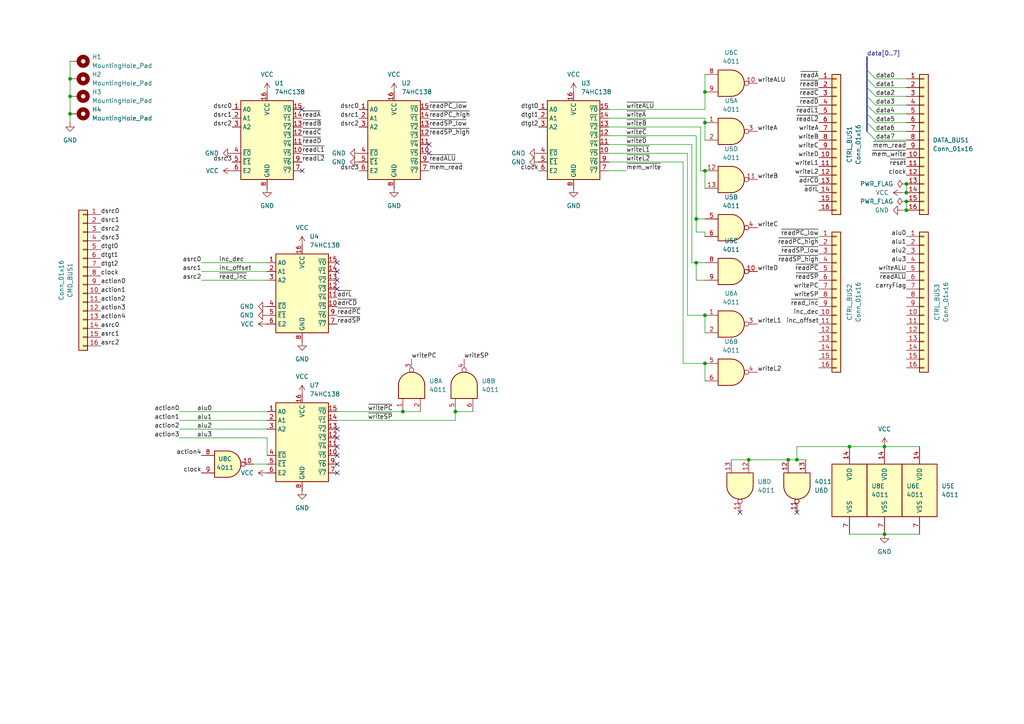
<source format=kicad_sch>
(kicad_sch (version 20250114) (generator "eeschema") (generator_version "9.0")
  (paper "A4")
  (title_block (title "PC-08 Command Decoder") (date "2025-02-26") (rev "A"))
  (lib_symbols
    (symbol "4xxx:4011" (pin_names (offset 1.016))
      (property "Reference" "U" (at 0 1.27 0))
      (property "Value" "4011" (at 0 -1.27 0))
      (symbol "4011_1_1"
        (arc (start 0 3.81) (mid 3.7934 0) (end 0 -3.81) (stroke (width 0.254)) (fill (type background)))
        (polyline (pts (xy 0 3.81) (xy -3.81 3.81) (xy -3.81 -3.81) (xy 0 -3.81)) (stroke (width 0.254)) (fill (type background)))
        (pin input line (at -7.62 2.54 0) (length 3.81) (name "~") (number "1"))
        (pin input line (at -7.62 -2.54 0) (length 3.81) (name "~") (number "2"))
        (pin output inverted (at 7.62 0 180) (length 3.81) (name "~") (number "3"))
      )
      (symbol "4011_1_2"
        (arc (start -3.81 3.81) (mid -2.589 0) (end -3.81 -3.81) (stroke (width 0.254)))
        (polyline (pts (xy -3.81 3.81) (xy -0.635 3.81)) (stroke (width 0.254)) (fill (type background)))
        (polyline (pts (xy -3.81 -3.81) (xy -0.635 -3.81)) (stroke (width 0.254)) (fill (type background)))
        (arc (start 3.81 0) (mid 2.1855 -2.584) (end -0.6096 -3.81) (stroke (width 0.254)) (fill (type background)))
        (arc (start -0.6096 3.81) (mid 2.1928 2.5924) (end 3.81 0) (stroke (width 0.254)) (fill (type background)))
        (polyline (pts (xy -0.635 3.81) (xy -3.81 3.81) (xy -3.81 3.81) (xy -3.556 3.4036) (xy -3.0226 2.2606) (xy -2.6924 1.0414) (xy -2.6162 -0.254) (xy -2.7686 -1.4986) (xy -3.175 -2.7178) (xy -3.81 -3.81) (xy -3.81 -3.81) (xy -0.635 -3.81)) (stroke (width -25.4)) (fill (type background)))
        (pin input inverted (at -7.62 2.54 0) (length 4.318) (name "~") (number "1"))
        (pin input inverted (at -7.62 -2.54 0) (length 4.318) (name "~") (number "2"))
        (pin output line (at 7.62 0 180) (length 3.81) (name "~") (number "3"))
      )
      (symbol "4011_2_1"
        (arc (start 0 3.81) (mid 3.7934 0) (end 0 -3.81) (stroke (width 0.254)) (fill (type background)))
        (polyline (pts (xy 0 3.81) (xy -3.81 3.81) (xy -3.81 -3.81) (xy 0 -3.81)) (stroke (width 0.254)) (fill (type background)))
        (pin input line (at -7.62 2.54 0) (length 3.81) (name "~") (number "5"))
        (pin input line (at -7.62 -2.54 0) (length 3.81) (name "~") (number "6"))
        (pin output inverted (at 7.62 0 180) (length 3.81) (name "~") (number "4"))
      )
      (symbol "4011_2_2"
        (arc (start -3.81 3.81) (mid -2.589 0) (end -3.81 -3.81) (stroke (width 0.254)))
        (polyline (pts (xy -3.81 3.81) (xy -0.635 3.81)) (stroke (width 0.254)) (fill (type background)))
        (polyline (pts (xy -3.81 -3.81) (xy -0.635 -3.81)) (stroke (width 0.254)) (fill (type background)))
        (arc (start 3.81 0) (mid 2.1855 -2.584) (end -0.6096 -3.81) (stroke (width 0.254)) (fill (type background)))
        (arc (start -0.6096 3.81) (mid 2.1928 2.5924) (end 3.81 0) (stroke (width 0.254)) (fill (type background)))
        (polyline (pts (xy -0.635 3.81) (xy -3.81 3.81) (xy -3.81 3.81) (xy -3.556 3.4036) (xy -3.0226 2.2606) (xy -2.6924 1.0414) (xy -2.6162 -0.254) (xy -2.7686 -1.4986) (xy -3.175 -2.7178) (xy -3.81 -3.81) (xy -3.81 -3.81) (xy -0.635 -3.81)) (stroke (width -25.4)) (fill (type background)))
        (pin input inverted (at -7.62 2.54 0) (length 4.318) (name "~") (number "5"))
        (pin input inverted (at -7.62 -2.54 0) (length 4.318) (name "~") (number "6"))
        (pin output line (at 7.62 0 180) (length 3.81) (name "~") (number "4"))
      )
      (symbol "4011_3_1"
        (arc (start 0 3.81) (mid 3.7934 0) (end 0 -3.81) (stroke (width 0.254)) (fill (type background)))
        (polyline (pts (xy 0 3.81) (xy -3.81 3.81) (xy -3.81 -3.81) (xy 0 -3.81)) (stroke (width 0.254)) (fill (type background)))
        (pin input line (at -7.62 2.54 0) (length 3.81) (name "~") (number "8"))
        (pin input line (at -7.62 -2.54 0) (length 3.81) (name "~") (number "9"))
        (pin output inverted (at 7.62 0 180) (length 3.81) (name "~") (number "10"))
      )
      (symbol "4011_3_2"
        (arc (start -3.81 3.81) (mid -2.589 0) (end -3.81 -3.81) (stroke (width 0.254)))
        (polyline (pts (xy -3.81 3.81) (xy -0.635 3.81)) (stroke (width 0.254)) (fill (type background)))
        (polyline (pts (xy -3.81 -3.81) (xy -0.635 -3.81)) (stroke (width 0.254)) (fill (type background)))
        (arc (start 3.81 0) (mid 2.1855 -2.584) (end -0.6096 -3.81) (stroke (width 0.254)) (fill (type background)))
        (arc (start -0.6096 3.81) (mid 2.1928 2.5924) (end 3.81 0) (stroke (width 0.254)) (fill (type background)))
        (polyline (pts (xy -0.635 3.81) (xy -3.81 3.81) (xy -3.81 3.81) (xy -3.556 3.4036) (xy -3.0226 2.2606) (xy -2.6924 1.0414) (xy -2.6162 -0.254) (xy -2.7686 -1.4986) (xy -3.175 -2.7178) (xy -3.81 -3.81) (xy -3.81 -3.81) (xy -0.635 -3.81)) (stroke (width -25.4)) (fill (type background)))
        (pin input inverted (at -7.62 2.54 0) (length 4.318) (name "~") (number "8"))
        (pin input inverted (at -7.62 -2.54 0) (length 4.318) (name "~") (number "9"))
        (pin output line (at 7.62 0 180) (length 3.81) (name "~") (number "10"))
      )
      (symbol "4011_4_1"
        (arc (start 0 3.81) (mid 3.7934 0) (end 0 -3.81) (stroke (width 0.254)) (fill (type background)))
        (polyline (pts (xy 0 3.81) (xy -3.81 3.81) (xy -3.81 -3.81) (xy 0 -3.81)) (stroke (width 0.254)) (fill (type background)))
        (pin input line (at -7.62 2.54 0) (length 3.81) (name "~") (number "12"))
        (pin input line (at -7.62 -2.54 0) (length 3.81) (name "~") (number "13"))
        (pin output inverted (at 7.62 0 180) (length 3.81) (name "~") (number "11"))
      )
      (symbol "4011_4_2"
        (arc (start -3.81 3.81) (mid -2.589 0) (end -3.81 -3.81) (stroke (width 0.254)))
        (polyline (pts (xy -3.81 3.81) (xy -0.635 3.81)) (stroke (width 0.254)) (fill (type background)))
        (polyline (pts (xy -3.81 -3.81) (xy -0.635 -3.81)) (stroke (width 0.254)) (fill (type background)))
        (arc (start 3.81 0) (mid 2.1855 -2.584) (end -0.6096 -3.81) (stroke (width 0.254)) (fill (type background)))
        (arc (start -0.6096 3.81) (mid 2.1928 2.5924) (end 3.81 0) (stroke (width 0.254)) (fill (type background)))
        (polyline (pts (xy -0.635 3.81) (xy -3.81 3.81) (xy -3.81 3.81) (xy -3.556 3.4036) (xy -3.0226 2.2606) (xy -2.6924 1.0414) (xy -2.6162 -0.254) (xy -2.7686 -1.4986) (xy -3.175 -2.7178) (xy -3.81 -3.81) (xy -3.81 -3.81) (xy -0.635 -3.81)) (stroke (width -25.4)) (fill (type background)))
        (pin input inverted (at -7.62 2.54 0) (length 4.318) (name "~") (number "12"))
        (pin input inverted (at -7.62 -2.54 0) (length 4.318) (name "~") (number "13"))
        (pin output line (at 7.62 0 180) (length 3.81) (name "~") (number "11"))
      )
      (symbol "4011_5_0"
        (pin power_in line (at 0 12.7 270) (length 5.08) (name "VDD") (number "14"))
        (pin power_in line (at 0 -12.7 90) (length 5.08) (name "VSS") (number "7"))
      )
      (symbol "4011_5_1"
        (rectangle (start -5.08 7.62) (end 5.08 -7.62) (stroke (width 0.254)) (fill (type background)))
      )
    )
    (symbol "74xx:74HC138"
      (property "Reference" "U" (at -7.62 13.97 0))
      (property "Value" "74HC138" (at 2.54 -11.43 0))
      (symbol "74HC138_0_1"
        (rectangle (start -7.62 12.7) (end 7.62 -10.16) (stroke (width 0.254)) (fill (type background)))
      )
      (symbol "74HC138_1_1"
        (pin input line (at -10.16 10.16 0) (length 2.54) (name "A0") (number "1"))
        (pin input line (at -10.16 7.62 0) (length 2.54) (name "A1") (number "2"))
        (pin input line (at -10.16 5.08 0) (length 2.54) (name "A2") (number "3"))
        (pin input line (at -10.16 -2.54 0) (length 2.54) (name "~{E0}") (number "4"))
        (pin input line (at -10.16 -5.08 0) (length 2.54) (name "~{E1}") (number "5"))
        (pin input line (at -10.16 -7.62 0) (length 2.54) (name "E2") (number "6"))
        (pin power_in line (at 0 15.24 270) (length 2.54) (name "VCC") (number "16"))
        (pin power_in line (at 0 -12.7 90) (length 2.54) (name "GND") (number "8"))
        (pin output line (at 10.16 10.16 180) (length 2.54) (name "~{Y0}") (number "15"))
        (pin output line (at 10.16 7.62 180) (length 2.54) (name "~{Y1}") (number "14"))
        (pin output line (at 10.16 5.08 180) (length 2.54) (name "~{Y2}") (number "13"))
        (pin output line (at 10.16 2.54 180) (length 2.54) (name "~{Y3}") (number "12"))
        (pin output line (at 10.16 0 180) (length 2.54) (name "~{Y4}") (number "11"))
        (pin output line (at 10.16 -2.54 180) (length 2.54) (name "~{Y5}") (number "10"))
        (pin output line (at 10.16 -5.08 180) (length 2.54) (name "~{Y6}") (number "9"))
        (pin output line (at 10.16 -7.62 180) (length 2.54) (name "~{Y7}") (number "7"))
      )
    )
    (symbol "Connector_Generic:Conn_01x16" (pin_names (offset 1.016) (hide yes))
      (property "Reference" "J" (at 0 20.32 0))
      (property "Value" "Conn_01x16" (at 0 -22.86 0))
      (symbol "Conn_01x16_1_1"
        (rectangle (start -1.27 19.05) (end 1.27 -21.59) (stroke (width 0.254)) (fill (type background)))
        (rectangle (start -1.27 17.907) (end 0 17.653) (stroke (width 0.1524)))
        (rectangle (start -1.27 15.367) (end 0 15.113) (stroke (width 0.1524)))
        (rectangle (start -1.27 12.827) (end 0 12.573) (stroke (width 0.1524)))
        (rectangle (start -1.27 10.287) (end 0 10.033) (stroke (width 0.1524)))
        (rectangle (start -1.27 7.747) (end 0 7.493) (stroke (width 0.1524)))
        (rectangle (start -1.27 5.207) (end 0 4.953) (stroke (width 0.1524)))
        (rectangle (start -1.27 2.667) (end 0 2.413) (stroke (width 0.1524)))
        (rectangle (start -1.27 0.127) (end 0 -0.127) (stroke (width 0.1524)))
        (rectangle (start -1.27 -2.413) (end 0 -2.667) (stroke (width 0.1524)))
        (rectangle (start -1.27 -4.953) (end 0 -5.207) (stroke (width 0.1524)))
        (rectangle (start -1.27 -7.493) (end 0 -7.747) (stroke (width 0.1524)))
        (rectangle (start -1.27 -10.033) (end 0 -10.287) (stroke (width 0.1524)))
        (rectangle (start -1.27 -12.573) (end 0 -12.827) (stroke (width 0.1524)))
        (rectangle (start -1.27 -15.113) (end 0 -15.367) (stroke (width 0.1524)))
        (rectangle (start -1.27 -17.653) (end 0 -17.907) (stroke (width 0.1524)))
        (rectangle (start -1.27 -20.193) (end 0 -20.447) (stroke (width 0.1524)))
        (pin passive line (at -5.08 17.78 0) (length 3.81) (name "Pin_1") (number "1"))
        (pin passive line (at -5.08 15.24 0) (length 3.81) (name "Pin_2") (number "2"))
        (pin passive line (at -5.08 12.7 0) (length 3.81) (name "Pin_3") (number "3"))
        (pin passive line (at -5.08 10.16 0) (length 3.81) (name "Pin_4") (number "4"))
        (pin passive line (at -5.08 7.62 0) (length 3.81) (name "Pin_5") (number "5"))
        (pin passive line (at -5.08 5.08 0) (length 3.81) (name "Pin_6") (number "6"))
        (pin passive line (at -5.08 2.54 0) (length 3.81) (name "Pin_7") (number "7"))
        (pin passive line (at -5.08 0 0) (length 3.81) (name "Pin_8") (number "8"))
        (pin passive line (at -5.08 -2.54 0) (length 3.81) (name "Pin_9") (number "9"))
        (pin passive line (at -5.08 -5.08 0) (length 3.81) (name "Pin_10") (number "10"))
        (pin passive line (at -5.08 -7.62 0) (length 3.81) (name "Pin_11") (number "11"))
        (pin passive line (at -5.08 -10.16 0) (length 3.81) (name "Pin_12") (number "12"))
        (pin passive line (at -5.08 -12.7 0) (length 3.81) (name "Pin_13") (number "13"))
        (pin passive line (at -5.08 -15.24 0) (length 3.81) (name "Pin_14") (number "14"))
        (pin passive line (at -5.08 -17.78 0) (length 3.81) (name "Pin_15") (number "15"))
        (pin passive line (at -5.08 -20.32 0) (length 3.81) (name "Pin_16") (number "16"))
      )
    )
    (symbol "Mechanical:MountingHole_Pad" (pin_numbers (hide yes)) (pin_names (offset 1.016) (hide yes)) (exclude_from_sim yes) (in_bom no)
      (property "Reference" "H" (at 0 6.35 0))
      (property "Value" "MountingHole_Pad" (at 0 4.445 0))
      (symbol "MountingHole_Pad_0_1"
        (circle (center 0 1.27) (radius 1.27) (stroke (width 1.27)))
      )
      (symbol "MountingHole_Pad_1_1"
        (pin input line (at 0 -2.54 90) (length 2.54) (name "1") (number "1"))
      )
    )
    (symbol "power:GND" (power) (pin_numbers (hide yes)) (pin_names (offset 0) (hide yes))
      (property "Value" "GND" (at 0 -3.81 0))
      (symbol "GND_0_1"
        (polyline (pts (xy 0 0) (xy 0 -1.27) (xy 1.27 -1.27) (xy 0 -2.54) (xy -1.27 -1.27) (xy 0 -1.27)))
      )
      (symbol "GND_1_1"
        (pin power_in line (at 0 0 270) (length 0) (name "~") (number "1"))
      )
    )
    (symbol "power:PWR_FLAG" (power) (pin_numbers (hide yes)) (pin_names (offset 0) (hide yes))
      (property "Value" "PWR_FLAG" (at 0 3.81 0))
      (symbol "PWR_FLAG_0_0"
        (pin power_out line (at 0 0 90) (length 0) (name "~") (number "1"))
      )
      (symbol "PWR_FLAG_0_1"
        (polyline (pts (xy 0 0) (xy 0 1.27) (xy -1.016 1.905) (xy 0 2.54) (xy 1.016 1.905) (xy 0 1.27)))
      )
    )
    (symbol "power:VCC" (power) (pin_numbers (hide yes)) (pin_names (offset 0) (hide yes))
      (property "Value" "VCC" (at 0 3.556 0))
      (symbol "VCC_0_1"
        (polyline (pts (xy -0.762 1.27) (xy 0 2.54)))
        (polyline (pts (xy 0 2.54) (xy 0.762 1.27)))
        (polyline (pts (xy 0 0) (xy 0 2.54)))
      )
      (symbol "VCC_1_1"
        (pin power_in line (at 0 0 90) (length 0) (name "~") (number "1"))
      )
    )
  )
  (junction (at 204.47 35.56))
  (junction (at 231.14 133.35))
  (junction (at 204.47 105.41))
  (junction (at 201.93 63.5))
  (junction (at 262.89 58.42))
  (junction (at 116.84 119.38))
  (junction (at 20.32 33.02))
  (junction (at 20.32 27.94))
  (junction (at 262.89 53.34))
  (junction (at 228.6 133.35))
  (junction (at 256.54 154.94))
  (junction (at 204.47 49.53))
  (junction (at 256.54 129.54))
  (junction (at 246.38 129.54))
  (junction (at 201.93 76.2))
  (junction (at 204.47 26.67))
  (junction (at 20.32 22.86))
  (junction (at 204.47 91.44))
  (junction (at 217.17 133.35))
  (junction (at 262.89 55.88))
  (junction (at 132.08 119.38))
  (junction (at 262.89 60.96))
  (no_connect (at 97.79 127))
  (no_connect (at 97.79 76.2))
  (no_connect (at 231.14 148.59))
  (no_connect (at 124.46 41.91))
  (no_connect (at 97.79 134.62))
  (no_connect (at 97.79 132.08))
  (no_connect (at 97.79 83.82))
  (no_connect (at 97.79 129.54))
  (no_connect (at 87.63 31.75))
  (no_connect (at 97.79 124.46))
  (no_connect (at 97.79 78.74))
  (no_connect (at 214.63 148.59))
  (no_connect (at 97.79 137.16))
  (no_connect (at 97.79 81.28))
  (no_connect (at 124.46 44.45))
  (no_connect (at 87.63 49.53))
  (bus_entry (at 251.46 20.32) (size 2.54 2.54))
  (bus_entry (at 251.46 33.02) (size 2.54 2.54))
  (bus_entry (at 251.46 22.86) (size 2.54 2.54))
  (bus_entry (at 251.46 25.4) (size 2.54 2.54))
  (bus_entry (at 251.46 35.56) (size 2.54 2.54))
  (bus_entry (at 251.46 38.1) (size 2.54 2.54))
  (bus_entry (at 251.46 30.48) (size 2.54 2.54))
  (bus_entry (at 251.46 27.94) (size 2.54 2.54))
  (wire (pts (xy 231.14 129.54) (xy 246.38 129.54)))
  (wire (pts (xy 200.66 76.2) (xy 201.93 76.2)))
  (wire (pts (xy 261.62 60.96) (xy 262.89 60.96)))
  (wire (pts (xy 254 40.64) (xy 262.89 40.64)))
  (wire (pts (xy 132.08 119.38) (xy 137.16 119.38)))
  (wire (pts (xy 204.47 67.31) (xy 201.93 67.31)))
  (wire (pts (xy 77.47 127) (xy 77.47 132.08)))
  (wire (pts (xy 204.47 49.53) (xy 204.47 54.61)))
  (wire (pts (xy 203.2 36.83) (xy 203.2 49.53)))
  (wire (pts (xy 199.39 44.45) (xy 199.39 91.44)))
  (wire (pts (xy 203.2 49.53) (xy 204.47 49.53)))
  (bus (pts (xy 251.46 35.56) (xy 251.46 38.1)))
  (wire (pts (xy 20.32 27.94) (xy 20.32 33.02)))
  (wire (pts (xy 20.32 17.78) (xy 20.32 22.86)))
  (wire (pts (xy 73.66 134.62) (xy 77.47 134.62)))
  (wire (pts (xy 200.66 76.2) (xy 200.66 41.91)))
  (wire (pts (xy 254 25.4) (xy 262.89 25.4)))
  (wire (pts (xy 58.42 78.74) (xy 77.47 78.74)))
  (wire (pts (xy 58.42 81.28) (xy 77.47 81.28)))
  (wire (pts (xy 52.07 124.46) (xy 77.47 124.46)))
  (wire (pts (xy 181.61 49.53) (xy 176.53 49.53)))
  (bus (pts (xy 251.46 25.4) (xy 251.46 27.94)))
  (wire (pts (xy 254 27.94) (xy 262.89 27.94)))
  (wire (pts (xy 201.93 81.28) (xy 204.47 81.28)))
  (wire (pts (xy 132.08 121.92) (xy 132.08 119.38)))
  (wire (pts (xy 116.84 119.38) (xy 121.92 119.38)))
  (wire (pts (xy 256.54 154.94) (xy 266.7 154.94)))
  (wire (pts (xy 212.09 133.35) (xy 217.17 133.35)))
  (wire (pts (xy 176.53 31.75) (xy 204.47 31.75)))
  (bus (pts (xy 251.46 22.86) (xy 251.46 25.4)))
  (wire (pts (xy 204.47 35.56) (xy 204.47 40.64)))
  (wire (pts (xy 201.93 39.37) (xy 201.93 63.5)))
  (wire (pts (xy 246.38 129.54) (xy 256.54 129.54)))
  (wire (pts (xy 246.38 154.94) (xy 256.54 154.94)))
  (wire (pts (xy 176.53 36.83) (xy 203.2 36.83)))
  (wire (pts (xy 198.12 105.41) (xy 198.12 46.99)))
  (wire (pts (xy 176.53 34.29) (xy 204.47 34.29)))
  (bus (pts (xy 251.46 16.51) (xy 251.46 20.32)))
  (wire (pts (xy 254 30.48) (xy 262.89 30.48)))
  (wire (pts (xy 176.53 44.45) (xy 199.39 44.45)))
  (wire (pts (xy 204.47 63.5) (xy 201.93 63.5)))
  (wire (pts (xy 58.42 76.2) (xy 77.47 76.2)))
  (wire (pts (xy 204.47 67.31) (xy 204.47 68.58)))
  (wire (pts (xy 266.7 129.54) (xy 256.54 129.54)))
  (wire (pts (xy 254 35.56) (xy 262.89 35.56)))
  (wire (pts (xy 201.93 76.2) (xy 201.93 81.28)))
  (wire (pts (xy 254 33.02) (xy 262.89 33.02)))
  (wire (pts (xy 217.17 133.35) (xy 228.6 133.35)))
  (wire (pts (xy 228.6 133.35) (xy 231.14 133.35)))
  (wire (pts (xy 97.79 121.92) (xy 132.08 121.92)))
  (bus (pts (xy 251.46 30.48) (xy 251.46 33.02)))
  (wire (pts (xy 204.47 34.29) (xy 204.47 35.56)))
  (wire (pts (xy 261.62 55.88) (xy 262.89 55.88)))
  (bus (pts (xy 251.46 33.02) (xy 251.46 35.56)))
  (wire (pts (xy 52.07 127) (xy 77.47 127)))
  (wire (pts (xy 198.12 105.41) (xy 204.47 105.41)))
  (wire (pts (xy 204.47 76.2) (xy 201.93 76.2)))
  (wire (pts (xy 204.47 105.41) (xy 204.47 110.49)))
  (wire (pts (xy 204.47 26.67) (xy 204.47 31.75)))
  (wire (pts (xy 204.47 91.44) (xy 204.47 96.52)))
  (wire (pts (xy 231.14 133.35) (xy 233.68 133.35)))
  (bus (pts (xy 251.46 20.32) (xy 251.46 22.86)))
  (wire (pts (xy 254 22.86) (xy 262.89 22.86)))
  (wire (pts (xy 198.12 46.99) (xy 176.53 46.99)))
  (wire (pts (xy 254 38.1) (xy 262.89 38.1)))
  (wire (pts (xy 199.39 91.44) (xy 204.47 91.44)))
  (wire (pts (xy 231.14 129.54) (xy 231.14 133.35)))
  (wire (pts (xy 262.89 58.42) (xy 262.89 60.96)))
  (wire (pts (xy 52.07 119.38) (xy 77.47 119.38)))
  (wire (pts (xy 262.89 53.34) (xy 262.89 55.88)))
  (wire (pts (xy 97.79 119.38) (xy 116.84 119.38)))
  (bus (pts (xy 251.46 27.94) (xy 251.46 30.48)))
  (wire (pts (xy 20.32 35.56) (xy 20.32 33.02)))
  (wire (pts (xy 201.93 67.31) (xy 201.93 63.5)))
  (wire (pts (xy 176.53 39.37) (xy 201.93 39.37)))
  (wire (pts (xy 52.07 121.92) (xy 77.47 121.92)))
  (wire (pts (xy 200.66 41.91) (xy 176.53 41.91)))
  (wire (pts (xy 204.47 21.59) (xy 204.47 26.67)))
  (wire (pts (xy 20.32 22.86) (xy 20.32 27.94)))
  (label "inc_offset" (at 63.5 78.74 0))
  (label "writePC" (at 237.49 83.82 180))
  (label "dtgt1" (at 29.21 74.93 0))
  (label "~{readPC}" (at 97.79 91.44 0))
  (label "writeA" (at 219.71 38.1 0))
  (label "~{writeC}" (at 181.61 39.37 0))
  (label "~{read_inc}" (at 237.49 88.9 180))
  (label "dsrc2" (at 29.21 67.31 0))
  (label "data3" (at 254 30.48 0))
  (label "action1" (at 29.21 85.09 0))
  (label "~{adrL}" (at 237.49 55.88 180))
  (label "carryFlag" (at 262.89 83.82 180))
  (label "dsrc1" (at 29.21 64.77 0))
  (label "action2" (at 29.21 87.63 0))
  (label "~{readPC}" (at 237.49 78.74 180))
  (label "writeC" (at 219.71 66.04 0))
  (label "dsrc3" (at 104.14 49.53 180))
  (label "action4" (at 58.42 132.08 180))
  (label "dtgt2" (at 156.21 36.83 180))
  (label "~{adrL}" (at 97.79 86.36 0))
  (label "~{readPC_low}" (at 237.49 68.58 180))
  (label "~{readSP_low}" (at 124.46 36.83 0))
  (label "~{readD}" (at 87.63 41.91 0))
  (label "inc_dec" (at 237.49 91.44 180))
  (label "~{reset}" (at 262.89 48.26 180))
  (label "writeALU" (at 219.71 24.13 0))
  (label "~{mem_write}" (at 181.61 49.53 0))
  (label "asrc1" (at 58.42 78.74 180))
  (label "dsrc1" (at 67.31 34.29 180))
  (label "asrc2" (at 58.42 81.28 180))
  (label "writeD" (at 219.71 78.74 0))
  (label "action0" (at 52.07 119.38 180))
  (label "~{adrCD}" (at 97.79 88.9 0))
  (label "dsrc3" (at 29.21 69.85 0))
  (label "~{readC}" (at 87.63 39.37 0))
  (label "dtgt0" (at 29.21 72.39 0))
  (label "writeL2" (at 237.49 50.8 180))
  (label "inc_dec" (at 63.5 76.2 0))
  (label "~{readALU}" (at 262.89 81.28 180))
  (label "action4" (at 29.21 92.71 0))
  (label "asrc0" (at 29.21 95.25 0))
  (label "dsrc3" (at 67.31 46.99 180))
  (label "data5" (at 254 35.56 0))
  (label "~{readB}" (at 87.63 36.83 0))
  (label "~{mem_write}" (at 262.89 45.72 180))
  (label "action2" (at 52.07 124.46 180))
  (label "action0" (at 29.21 82.55 0))
  (label "alu1" (at 57.15 121.92 0))
  (label "~{writeL1}" (at 181.61 44.45 0))
  (label "alu3" (at 262.89 76.2 180))
  (label "writeC" (at 237.49 43.18 180))
  (label "dsrc1" (at 104.14 34.29 180))
  (label "~{readL2}" (at 87.63 46.99 0))
  (label "writeD" (at 237.49 45.72 180))
  (label "~{mem_read}" (at 262.89 43.18 180))
  (label "~{readSP_high}" (at 124.46 39.37 0))
  (label "data7" (at 254 40.64 0))
  (label "~{writeSP}" (at 106.68 121.92 0))
  (label "data4" (at 254 33.02 0))
  (label "~{writeA}" (at 181.61 34.29 0))
  (label "action1" (at 52.07 121.92 180))
  (label "clock" (at 29.21 80.01 0))
  (label "writeSP" (at 237.49 86.36 180))
  (label "~{readSP_high}" (at 237.49 76.2 180))
  (label "writeSP" (at 134.62 104.14 0))
  (label "alu3" (at 57.15 127 0))
  (label "data2" (at 254 27.94 0))
  (label "writeB" (at 237.49 40.64 180))
  (label "alu2" (at 262.89 73.66 180))
  (label "clock" (at 262.89 50.8 180))
  (label "writeL1" (at 219.71 93.98 0))
  (label "~{readPC_high}" (at 237.49 71.12 180))
  (label "~{readD}" (at 237.49 30.48 180))
  (label "clock" (at 156.21 49.53 180))
  (label "~{readC}" (at 237.49 27.94 180))
  (label "writeALU" (at 262.89 78.74 180))
  (label "asrc1" (at 29.21 97.79 0))
  (label "asrc2" (at 29.21 100.33 0))
  (label "alu0" (at 262.89 68.58 180))
  (label "~{readL1}" (at 237.49 33.02 180))
  (label "~{mem_read}" (at 124.46 49.53 0))
  (label "~{readSP}" (at 97.79 93.98 0))
  (label "dtgt1" (at 156.21 34.29 180))
  (label "dtgt2" (at 29.21 77.47 0))
  (label "~{readSP_low}" (at 237.49 73.66 180))
  (label "data[0..7]" (at 251.46 16.51 0))
  (label "alu0" (at 57.15 119.38 0))
  (label "dsrc2" (at 104.14 36.83 180))
  (label "~{writeB}" (at 181.61 36.83 0))
  (label "~{writeALU}" (at 181.61 31.75 0))
  (label "writeB" (at 219.71 52.07 0))
  (label "asrc0" (at 58.42 76.2 180))
  (label "alu1" (at 262.89 71.12 180))
  (label "data1" (at 254 25.4 0))
  (label "~{writeD}" (at 181.61 41.91 0))
  (label "inc_offset" (at 237.49 93.98 180))
  (label "writeL1" (at 237.49 48.26 180))
  (label "~{adrCD}" (at 237.49 53.34 180))
  (label "~{readSP}" (at 237.49 81.28 180))
  (label "data6" (at 254 38.1 0))
  (label "writeL2" (at 219.71 107.95 0))
  (label "~{read_inc}" (at 63.5 81.28 0))
  (label "dsrc2" (at 67.31 36.83 180))
  (label "dsrc0" (at 67.31 31.75 180))
  (label "~{writePC}" (at 106.68 119.38 0))
  (label "~{readA}" (at 87.63 34.29 0))
  (label "~{readB}" (at 237.49 25.4 180))
  (label "~{readA}" (at 237.49 22.86 180))
  (label "~{readPC_low}" (at 124.46 31.75 0))
  (label "~{readL2}" (at 237.49 35.56 180))
  (label "~{readL1}" (at 87.63 44.45 0))
  (label "~{readALU}" (at 124.46 46.99 0))
  (label "alu2" (at 57.15 124.46 0))
  (label "writePC" (at 119.38 104.14 0))
  (label "~{writeL2}" (at 181.61 46.99 0))
  (label "dsrc0" (at 104.14 31.75 180))
  (label "dtgt0" (at 156.21 31.75 180))
  (label "~{readPC_high}" (at 124.46 34.29 0))
  (label "dsrc0" (at 29.21 62.23 0))
  (label "action3" (at 29.21 90.17 0))
  (label "action3" (at 52.07 127 180))
  (label "clock" (at 58.42 137.16 180))
  (label "data0" (at 254 22.86 0))
  (label "writeA" (at 237.49 38.1 180))
  (symbol (lib_id "Connector_Generic:Conn_01x16") (at 24.13 80.01 0) (mirror y) (unit 1)
    (property "Reference" "CMD_BUS1" (at 20.32 81.28 90))
    (property "Value" "Conn_01x16" (at 17.78 81.28 90))
    (property "Footprint" "Connector_IDC:IDC-Header_2x08_P2.54mm_Horizontal" (effects (hide yes)))
    (property "Description" "Generic connector, single row, 01x16, script generated (kicad-library-utils/schlib/autogen/connector/)" (effects (hide yes)))
  )
  (symbol (lib_id "power:VCC") (at 87.63 71.12 0) (unit 1)
    (property "Reference" "#PWR05" (effects (hide yes)))
    (property "Value" "VCC" (at 87.63 66.04 0))
    (property "Description" "Power symbol creates a global label with name \"VCC\"" (effects (hide yes)))
  )
  (symbol (lib_id "4xxx:4011") (at 256.54 142.24 0) (unit 5)
    (property "Reference" "U6" (at 262.89 140.9699 0) (effects (justify left)))
    (property "Value" "4011" (at 262.89 143.5099 0) (effects (justify left)))
    (property "Footprint" "Package_DIP:DIP-14_W7.62mm_LongPads" (effects (hide yes)))
    (property "Datasheet" "http://www.intersil.com/content/dam/Intersil/documents/cd40/cd4011bms-12bms-23bms.pdf" (effects (hide yes)))
    (property "Description" "Quad Nand 2 inputs" (effects (hide yes)))
  )
  (symbol (lib_id "74xx:74HC138") (at 77.47 41.91 0) (unit 1)
    (property "Reference" "U1" (at 79.6133 24.13 0) (effects (justify left)))
    (property "Value" "74HC138" (at 79.6133 26.67 0) (effects (justify left)))
    (property "Footprint" "Package_DIP:DIP-16_W7.62mm_LongPads" (effects (hide yes)))
    (property "Datasheet" "http://www.ti.com/lit/ds/symlink/cd74hc238.pdf" (effects (hide yes)))
    (property "Description" "3-to-8 line decoder/multiplexer inverting, DIP-16/SOIC-16/SSOP-16" (effects (hide yes)))
  )
  (symbol (lib_id "power:GND") (at 104.14 46.99 270) (unit 1)
    (property "Reference" "#PWR010" (effects (hide yes)))
    (property "Value" "GND" (at 100.33 46.9899 90) (effects (justify right)))
    (property "Description" "Power symbol creates a global label with name \"GND\" , ground" (effects (hide yes)))
  )
  (symbol (lib_id "4xxx:4011") (at 212.09 24.13 0) (unit 3)
    (property "Reference" "U6" (at 212.0817 15.24 0))
    (property "Value" "4011" (at 212.0817 17.78 0))
    (property "Footprint" "Package_DIP:DIP-14_W7.62mm_LongPads" (effects (hide yes)))
    (property "Datasheet" "http://www.intersil.com/content/dam/Intersil/documents/cd40/cd4011bms-12bms-23bms.pdf" (effects (hide yes)))
    (property "Description" "Quad Nand 2 inputs" (effects (hide yes)))
  )
  (symbol (lib_id "4xxx:4011") (at 134.62 111.76 90) (unit 2)
    (property "Reference" "U8" (at 139.7 110.4982 90) (effects (justify right)))
    (property "Value" "4011" (at 139.7 113.0382 90) (effects (justify right)))
    (property "Footprint" "Package_DIP:DIP-14_W7.62mm_LongPads" (effects (hide yes)))
    (property "Datasheet" "http://www.intersil.com/content/dam/Intersil/documents/cd40/cd4011bms-12bms-23bms.pdf" (effects (hide yes)))
    (property "Description" "Quad Nand 2 inputs" (effects (hide yes)))
  )
  (symbol (lib_id "4xxx:4011") (at 266.7 142.24 0) (unit 5)
    (property "Reference" "U5" (at 273.05 140.9699 0) (effects (justify left)))
    (property "Value" "4011" (at 273.05 143.5099 0) (effects (justify left)))
    (property "Footprint" "Package_DIP:DIP-14_W7.62mm_LongPads" (effects (hide yes)))
    (property "Datasheet" "http://www.intersil.com/content/dam/Intersil/documents/cd40/cd4011bms-12bms-23bms.pdf" (effects (hide yes)))
    (property "Description" "Quad Nand 2 inputs" (effects (hide yes)))
  )
  (symbol (lib_id "power:VCC") (at 77.47 26.67 0) (unit 1)
    (property "Reference" "#PWR01" (effects (hide yes)))
    (property "Value" "VCC" (at 77.47 21.59 0))
    (property "Description" "Power symbol creates a global label with name \"VCC\"" (effects (hide yes)))
  )
  (symbol (lib_id "power:GND") (at 77.47 91.44 270) (unit 1)
    (property "Reference" "#PWR019" (effects (hide yes)))
    (property "Value" "GND" (at 73.66 91.4399 90) (effects (justify right)))
    (property "Description" "Power symbol creates a global label with name \"GND\" , ground" (effects (hide yes)))
  )
  (symbol (lib_id "4xxx:4011") (at 119.38 111.76 90) (unit 1)
    (property "Reference" "U8" (at 124.46 110.4982 90) (effects (justify right)))
    (property "Value" "4011" (at 124.46 113.0382 90) (effects (justify right)))
    (property "Footprint" "Package_DIP:DIP-14_W7.62mm_LongPads" (effects (hide yes)))
    (property "Datasheet" "http://www.intersil.com/content/dam/Intersil/documents/cd40/cd4011bms-12bms-23bms.pdf" (effects (hide yes)))
    (property "Description" "Quad Nand 2 inputs" (effects (hide yes)))
  )
  (symbol (lib_id "power:GND") (at 156.21 46.99 270) (unit 1)
    (property "Reference" "#PWR015" (effects (hide yes)))
    (property "Value" "GND" (at 152.4 46.9899 90) (effects (justify right)))
    (property "Description" "Power symbol creates a global label with name \"GND\" , ground" (effects (hide yes)))
  )
  (symbol (lib_id "power:VCC") (at 87.63 114.3 0) (unit 1)
    (property "Reference" "#PWR023" (effects (hide yes)))
    (property "Value" "VCC" (at 87.63 109.22 0))
    (property "Description" "Power symbol creates a global label with name \"VCC\"" (effects (hide yes)))
  )
  (symbol (lib_id "Mechanical:MountingHole_Pad") (at 22.86 22.86 270) (unit 1) (exclude_from_sim yes) (in_bom no)
    (property "Reference" "H2" (at 26.67 21.5899 90) (effects (justify left)))
    (property "Value" "MountingHole_Pad" (at 26.67 24.1299 90) (effects (justify left)))
    (property "Footprint" "MountingHole:MountingHole_3.2mm_M3_Pad_Via" (effects (hide yes)))
    (property "Description" "Mounting Hole with connection" (effects (hide yes)))
  )
  (symbol (lib_id "power:GND") (at 87.63 142.24 0) (unit 1)
    (property "Reference" "#PWR024" (effects (hide yes)))
    (property "Value" "GND" (at 87.63 147.32 0))
    (property "Description" "Power symbol creates a global label with name \"GND\" , ground" (effects (hide yes)))
  )
  (symbol (lib_id "power:GND") (at 67.31 44.45 270) (unit 1)
    (property "Reference" "#PWR08" (effects (hide yes)))
    (property "Value" "GND" (at 63.5 44.4499 90) (effects (justify right)))
    (property "Description" "Power symbol creates a global label with name \"GND\" , ground" (effects (hide yes)))
  )
  (symbol (lib_id "4xxx:4011") (at 214.63 140.97 270) (unit 4)
    (property "Reference" "U8" (at 219.71 139.6916 90) (effects (justify left)))
    (property "Value" "4011" (at 219.71 142.2316 90) (effects (justify left)))
    (property "Footprint" "Package_DIP:DIP-14_W7.62mm_LongPads" (effects (hide yes)))
    (property "Datasheet" "http://www.intersil.com/content/dam/Intersil/documents/cd40/cd4011bms-12bms-23bms.pdf" (effects (hide yes)))
    (property "Description" "Quad Nand 2 inputs" (effects (hide yes)))
  )
  (symbol (lib_id "74xx:74HC138") (at 87.63 86.36 0) (unit 1)
    (property "Reference" "U4" (at 89.7733 68.58 0) (effects (justify left)))
    (property "Value" "74HC138" (at 89.7733 71.12 0) (effects (justify left)))
    (property "Footprint" "Package_DIP:DIP-16_W7.62mm_LongPads" (effects (hide yes)))
    (property "Datasheet" "http://www.ti.com/lit/ds/symlink/cd74hc238.pdf" (effects (hide yes)))
    (property "Description" "3-to-8 line decoder/multiplexer inverting, DIP-16/SOIC-16/SSOP-16" (effects (hide yes)))
  )
  (symbol (lib_id "Mechanical:MountingHole_Pad") (at 22.86 17.78 270) (unit 1) (exclude_from_sim yes) (in_bom no)
    (property "Reference" "H1" (at 26.67 16.5099 90) (effects (justify left)))
    (property "Value" "MountingHole_Pad" (at 26.67 19.0499 90) (effects (justify left)))
    (property "Footprint" "MountingHole:MountingHole_3.2mm_M3_Pad_Via" (effects (hide yes)))
    (property "Description" "Mounting Hole with connection" (effects (hide yes)))
  )
  (symbol (lib_id "power:VCC") (at 77.47 137.16 90) (unit 1)
    (property "Reference" "#PWR025" (effects (hide yes)))
    (property "Value" "VCC" (at 73.66 137.1599 90) (effects (justify left)))
    (property "Description" "Power symbol creates a global label with name \"VCC\"" (effects (hide yes)))
  )
  (symbol (lib_id "power:GND") (at 77.47 54.61 0) (unit 1)
    (property "Reference" "#PWR06" (effects (hide yes)))
    (property "Value" "GND" (at 77.47 59.69 0))
    (property "Description" "Power symbol creates a global label with name \"GND\" , ground" (effects (hide yes)))
  )
  (symbol (lib_id "4xxx:4011") (at 212.09 78.74 0) (unit 3)
    (property "Reference" "U5" (at 212.0817 69.85 0))
    (property "Value" "4011" (at 212.0817 72.39 0))
    (property "Footprint" "Package_DIP:DIP-14_W7.62mm_LongPads" (effects (hide yes)))
    (property "Datasheet" "http://www.intersil.com/content/dam/Intersil/documents/cd40/cd4011bms-12bms-23bms.pdf" (effects (hide yes)))
    (property "Description" "Quad Nand 2 inputs" (effects (hide yes)))
  )
  (symbol (lib_id "4xxx:4011") (at 212.09 66.04 0) (unit 2)
    (property "Reference" "U5" (at 212.0817 57.15 0))
    (property "Value" "4011" (at 212.0817 59.69 0))
    (property "Footprint" "Package_DIP:DIP-14_W7.62mm_LongPads" (effects (hide yes)))
    (property "Datasheet" "http://www.intersil.com/content/dam/Intersil/documents/cd40/cd4011bms-12bms-23bms.pdf" (effects (hide yes)))
    (property "Description" "Quad Nand 2 inputs" (effects (hide yes)))
  )
  (symbol (lib_id "74xx:74HC138") (at 166.37 41.91 0) (unit 1)
    (property "Reference" "U3" (at 168.5133 24.13 0) (effects (justify left)))
    (property "Value" "74HC138" (at 168.5133 26.67 0) (effects (justify left)))
    (property "Footprint" "Package_DIP:DIP-16_W7.62mm_LongPads" (effects (hide yes)))
    (property "Datasheet" "http://www.ti.com/lit/ds/symlink/cd74hc238.pdf" (effects (hide yes)))
    (property "Description" "3-to-8 line decoder/multiplexer inverting, DIP-16/SOIC-16/SSOP-16" (effects (hide yes)))
  )
  (symbol (lib_id "power:GND") (at 256.54 154.94 0) (unit 1)
    (property "Reference" "#PWR016" (effects (hide yes)))
    (property "Value" "GND" (at 256.54 160.02 0))
    (property "Description" "Power symbol creates a global label with name \"GND\" , ground" (effects (hide yes)))
  )
  (symbol (lib_id "4xxx:4011") (at 212.09 38.1 0) (unit 1)
    (property "Reference" "U5" (at 212.0817 29.21 0))
    (property "Value" "4011" (at 212.0817 31.75 0))
    (property "Footprint" "Package_DIP:DIP-14_W7.62mm_LongPads" (effects (hide yes)))
    (property "Datasheet" "http://www.intersil.com/content/dam/Intersil/documents/cd40/cd4011bms-12bms-23bms.pdf" (effects (hide yes)))
    (property "Description" "Quad Nand 2 inputs" (effects (hide yes)))
  )
  (symbol (lib_id "power:VCC") (at 77.47 93.98 90) (unit 1)
    (property "Reference" "#PWR020" (effects (hide yes)))
    (property "Value" "VCC" (at 73.66 93.9799 90) (effects (justify left)))
    (property "Description" "Power symbol creates a global label with name \"VCC\"" (effects (hide yes)))
  )
  (symbol (lib_id "power:VCC") (at 67.31 49.53 90) (unit 1)
    (property "Reference" "#PWR03" (effects (hide yes)))
    (property "Value" "VCC" (at 63.5 49.5299 90) (effects (justify left)))
    (property "Description" "Power symbol creates a global label with name \"VCC\"" (effects (hide yes)))
  )
  (symbol (lib_id "power:VCC") (at 114.3 26.67 0) (unit 1)
    (property "Reference" "#PWR02" (effects (hide yes)))
    (property "Value" "VCC" (at 114.3 21.59 0))
    (property "Description" "Power symbol creates a global label with name \"VCC\"" (effects (hide yes)))
  )
  (symbol (lib_id "power:GND") (at 20.32 35.56 0) (unit 1)
    (property "Reference" "#PWR013" (effects (hide yes)))
    (property "Value" "GND" (at 20.32 40.64 0))
    (property "Description" "Power symbol creates a global label with name \"GND\" , ground" (effects (hide yes)))
  )
  (symbol (lib_id "power:GND") (at 166.37 54.61 0) (unit 1)
    (property "Reference" "#PWR011" (effects (hide yes)))
    (property "Value" "GND" (at 166.37 59.69 0))
    (property "Description" "Power symbol creates a global label with name \"GND\" , ground" (effects (hide yes)))
  )
  (symbol (lib_id "Connector_Generic:Conn_01x16") (at 267.97 86.36 0) (unit 1)
    (property "Reference" "CTRL_BUS3" (at 271.78 87.63 90))
    (property "Value" "Conn_01x16" (at 274.32 87.63 90))
    (property "Footprint" "Connector_IDC:IDC-Header_2x08_P2.54mm_Vertical" (effects (hide yes)))
    (property "Description" "Generic connector, single row, 01x16, script generated (kicad-library-utils/schlib/autogen/connector/)" (effects (hide yes)))
  )
  (symbol (lib_id "power:GND") (at 156.21 44.45 270) (unit 1)
    (property "Reference" "#PWR014" (effects (hide yes)))
    (property "Value" "GND" (at 152.4 44.4499 90) (effects (justify right)))
    (property "Description" "Power symbol creates a global label with name \"GND\" , ground" (effects (hide yes)))
  )
  (symbol (lib_id "power:GND") (at 77.47 88.9 270) (unit 1)
    (property "Reference" "#PWR018" (effects (hide yes)))
    (property "Value" "GND" (at 73.66 88.8999 90) (effects (justify right)))
    (property "Description" "Power symbol creates a global label with name \"GND\" , ground" (effects (hide yes)))
  )
  (symbol (lib_id "Connector_Generic:Conn_01x16") (at 267.97 40.64 0) (unit 1)
    (property "Reference" "DATA_BUS1" (at 270.51 40.6399 0) (effects (justify left)))
    (property "Value" "Conn_01x16" (at 270.51 43.1799 0) (effects (justify left)))
    (property "Footprint" "Connector_IDC:IDC-Header_2x08_P2.54mm_Horizontal" (effects (hide yes)))
    (property "Description" "Generic connector, single row, 01x16, script generated (kicad-library-utils/schlib/autogen/connector/)" (effects (hide yes)))
  )
  (symbol (lib_id "power:PWR_FLAG") (at 262.89 58.42 90) (unit 1)
    (property "Reference" "#FLG02" (effects (hide yes)))
    (property "Value" "PWR_FLAG" (at 259.08 58.4199 90) (effects (justify left)))
    (property "Description" "Special symbol for telling ERC where power comes from" (effects (hide yes)))
  )
  (symbol (lib_id "Mechanical:MountingHole_Pad") (at 22.86 27.94 270) (unit 1) (exclude_from_sim yes) (in_bom no)
    (property "Reference" "H3" (at 26.67 26.6699 90) (effects (justify left)))
    (property "Value" "MountingHole_Pad" (at 26.67 29.2099 90) (effects (justify left)))
    (property "Footprint" "MountingHole:MountingHole_3.2mm_M3_Pad_Via" (effects (hide yes)))
    (property "Description" "Mounting Hole with connection" (effects (hide yes)))
  )
  (symbol (lib_id "power:GND") (at 114.3 54.61 0) (unit 1)
    (property "Reference" "#PWR07" (effects (hide yes)))
    (property "Value" "GND" (at 114.3 59.69 0))
    (property "Description" "Power symbol creates a global label with name \"GND\" , ground" (effects (hide yes)))
  )
  (symbol (lib_id "Connector_Generic:Conn_01x16") (at 242.57 86.36 0) (unit 1)
    (property "Reference" "CTRL_BUS2" (at 246.38 87.63 90))
    (property "Value" "Conn_01x16" (at 248.92 87.63 90))
    (property "Footprint" "Connector_IDC:IDC-Header_2x08_P2.54mm_Vertical" (effects (hide yes)))
    (property "Description" "Generic connector, single row, 01x16, script generated (kicad-library-utils/schlib/autogen/connector/)" (effects (hide yes)))
  )
  (symbol (lib_id "power:GND") (at 261.62 60.96 270) (unit 1)
    (property "Reference" "#PWR021" (effects (hide yes)))
    (property "Value" "GND" (at 257.81 60.9599 90) (effects (justify right)))
    (property "Description" "Power symbol creates a global label with name \"GND\" , ground" (effects (hide yes)))
  )
  (symbol (lib_id "Mechanical:MountingHole_Pad") (at 22.86 33.02 270) (unit 1) (exclude_from_sim yes) (in_bom no)
    (property "Reference" "H4" (at 26.67 31.7499 90) (effects (justify left)))
    (property "Value" "MountingHole_Pad" (at 26.67 34.2899 90) (effects (justify left)))
    (property "Footprint" "MountingHole:MountingHole_3.2mm_M3_Pad_Via" (effects (hide yes)))
    (property "Description" "Mounting Hole with connection" (effects (hide yes)))
  )
  (symbol (lib_id "4xxx:4011") (at 212.09 52.07 0) (unit 4)
    (property "Reference" "U5" (at 212.0817 43.18 0))
    (property "Value" "4011" (at 212.0817 45.72 0))
    (property "Footprint" "Package_DIP:DIP-14_W7.62mm_LongPads" (effects (hide yes)))
    (property "Datasheet" "http://www.intersil.com/content/dam/Intersil/documents/cd40/cd4011bms-12bms-23bms.pdf" (effects (hide yes)))
    (property "Description" "Quad Nand 2 inputs" (effects (hide yes)))
  )
  (symbol (lib_id "Connector_Generic:Conn_01x16") (at 242.57 40.64 0) (unit 1)
    (property "Reference" "CTRL_BUS1" (at 246.38 41.91 90))
    (property "Value" "Conn_01x16" (at 248.92 41.91 90))
    (property "Footprint" "Connector_IDC:IDC-Header_2x08_P2.54mm_Vertical" (effects (hide yes)))
    (property "Description" "Generic connector, single row, 01x16, script generated (kicad-library-utils/schlib/autogen/connector/)" (effects (hide yes)))
  )
  (symbol (lib_id "74xx:74HC138") (at 87.63 129.54 0) (unit 1)
    (property "Reference" "U7" (at 89.7733 111.76 0) (effects (justify left)))
    (property "Value" "74HC138" (at 89.7733 114.3 0) (effects (justify left)))
    (property "Footprint" "Package_DIP:DIP-16_W7.62mm_LongPads" (effects (hide yes)))
    (property "Datasheet" "http://www.ti.com/lit/ds/symlink/cd74hc238.pdf" (effects (hide yes)))
    (property "Description" "3-to-8 line decoder/multiplexer inverting, DIP-16/SOIC-16/SSOP-16" (effects (hide yes)))
  )
  (symbol (lib_id "power:PWR_FLAG") (at 262.89 53.34 90) (unit 1)
    (property "Reference" "#FLG01" (effects (hide yes)))
    (property "Value" "PWR_FLAG" (at 259.08 53.3399 90) (effects (justify left)))
    (property "Description" "Special symbol for telling ERC where power comes from" (effects (hide yes)))
  )
  (symbol (lib_id "power:VCC") (at 256.54 129.54 0) (unit 1)
    (property "Reference" "#PWR017" (effects (hide yes)))
    (property "Value" "VCC" (at 256.54 124.46 0))
    (property "Description" "Power symbol creates a global label with name \"VCC\"" (effects (hide yes)))
  )
  (symbol (lib_id "4xxx:4011") (at 246.38 142.24 0) (unit 5)
    (property "Reference" "U8" (at 252.73 140.9699 0) (effects (justify left)))
    (property "Value" "4011" (at 252.73 143.5099 0) (effects (justify left)))
    (property "Footprint" "Package_DIP:DIP-14_W7.62mm_LongPads" (effects (hide yes)))
    (property "Datasheet" "http://www.intersil.com/content/dam/Intersil/documents/cd40/cd4011bms-12bms-23bms.pdf" (effects (hide yes)))
    (property "Description" "Quad Nand 2 inputs" (effects (hide yes)))
  )
  (symbol (lib_id "power:VCC") (at 166.37 26.67 0) (unit 1)
    (property "Reference" "#PWR04" (effects (hide yes)))
    (property "Value" "VCC" (at 166.37 21.59 0))
    (property "Description" "Power symbol creates a global label with name \"VCC\"" (effects (hide yes)))
  )
  (symbol (lib_id "power:GND") (at 87.63 99.06 0) (unit 1)
    (property "Reference" "#PWR012" (effects (hide yes)))
    (property "Value" "GND" (at 87.63 104.14 0))
    (property "Description" "Power symbol creates a global label with name \"GND\" , ground" (effects (hide yes)))
  )
  (symbol (lib_id "4xxx:4011") (at 66.04 134.62 0) (unit 3)
    (property "Reference" "U8" (at 65.278 133.096 0))
    (property "Value" "4011" (at 65.278 135.636 0))
    (property "Footprint" "Package_DIP:DIP-14_W7.62mm_LongPads" (effects (hide yes)))
    (property "Datasheet" "http://www.intersil.com/content/dam/Intersil/documents/cd40/cd4011bms-12bms-23bms.pdf" (effects (hide yes)))
    (property "Description" "Quad Nand 2 inputs" (effects (hide yes)))
  )
  (symbol (lib_id "4xxx:4011") (at 212.09 107.95 0) (unit 2)
    (property "Reference" "U6" (at 212.0817 99.06 0))
    (property "Value" "4011" (at 212.0817 101.6 0))
    (property "Footprint" "Package_DIP:DIP-14_W7.62mm_LongPads" (effects (hide yes)))
    (property "Datasheet" "http://www.intersil.com/content/dam/Intersil/documents/cd40/cd4011bms-12bms-23bms.pdf" (effects (hide yes)))
    (property "Description" "Quad Nand 2 inputs" (effects (hide yes)))
  )
  (symbol (lib_id "74xx:74HC138") (at 114.3 41.91 0) (unit 1)
    (property "Reference" "U2" (at 116.4433 24.13 0) (effects (justify left)))
    (property "Value" "74HC138" (at 116.4433 26.67 0) (effects (justify left)))
    (property "Footprint" "Package_DIP:DIP-16_W7.62mm_LongPads" (effects (hide yes)))
    (property "Datasheet" "http://www.ti.com/lit/ds/symlink/cd74hc238.pdf" (effects (hide yes)))
    (property "Description" "3-to-8 line decoder/multiplexer inverting, DIP-16/SOIC-16/SSOP-16" (effects (hide yes)))
  )
  (symbol (lib_id "4xxx:4011") (at 212.09 93.98 0) (unit 1)
    (property "Reference" "U6" (at 212.0817 85.09 0))
    (property "Value" "4011" (at 212.0817 87.63 0))
    (property "Footprint" "Package_DIP:DIP-14_W7.62mm_LongPads" (effects (hide yes)))
    (property "Datasheet" "http://www.intersil.com/content/dam/Intersil/documents/cd40/cd4011bms-12bms-23bms.pdf" (effects (hide yes)))
    (property "Description" "Quad Nand 2 inputs" (effects (hide yes)))
  )
  (symbol (lib_id "power:VCC") (at 261.62 55.88 90) (unit 1)
    (property "Reference" "#PWR022" (effects (hide yes)))
    (property "Value" "VCC" (at 257.81 55.8799 90) (effects (justify left)))
    (property "Description" "Power symbol creates a global label with name \"VCC\"" (effects (hide yes)))
  )
  (symbol (lib_id "4xxx:4011") (at 231.14 140.97 90) (mirror x) (unit 4)
    (property "Reference" "U6" (at 236.22 142.2318 90) (effects (justify right)))
    (property "Value" "4011" (at 236.22 139.6918 90) (effects (justify right)))
    (property "Footprint" "Package_DIP:DIP-14_W7.62mm_LongPads" (effects (hide yes)))
    (property "Datasheet" "http://www.intersil.com/content/dam/Intersil/documents/cd40/cd4011bms-12bms-23bms.pdf" (effects (hide yes)))
    (property "Description" "Quad Nand 2 inputs" (effects (hide yes)))
  )
  (symbol (lib_id "power:GND") (at 104.14 44.45 270) (unit 1)
    (property "Reference" "#PWR09" (effects (hide yes)))
    (property "Value" "GND" (at 100.33 44.4499 90) (effects (justify right)))
    (property "Description" "Power symbol creates a global label with name \"GND\" , ground" (effects (hide yes)))
  )
)
</source>
